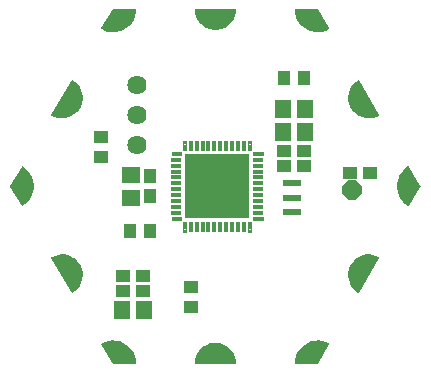
<source format=gbr>
G04 EAGLE Gerber RS-274X export*
G75*
%MOMM*%
%FSLAX34Y34*%
%LPD*%
%INSoldermask Bottom*%
%IPPOS*%
%AMOC8*
5,1,8,0,0,1.08239X$1,22.5*%
G01*
%ADD10R,1.201600X1.101600*%
%ADD11R,1.401600X1.601600*%
%ADD12R,1.101600X1.201600*%
%ADD13R,1.501597X0.501600*%
%ADD14P,1.759533X8X22.500000*%
%ADD15R,1.601600X1.401600*%
%ADD16C,1.101600*%
%ADD17C,1.625600*%
%ADD18C,0.103122*%
%ADD19R,0.914400X0.355600*%
%ADD20R,0.355600X0.914400*%
%ADD21R,5.486400X5.486400*%

G36*
X363104Y190819D02*
X363104Y190819D01*
X363133Y190817D01*
X363200Y190839D01*
X363270Y190853D01*
X363294Y190869D01*
X363322Y190878D01*
X363375Y190925D01*
X363434Y190965D01*
X363450Y190990D01*
X363472Y191009D01*
X363503Y191073D01*
X363541Y191133D01*
X363546Y191162D01*
X363558Y191188D01*
X363567Y191287D01*
X363574Y191329D01*
X363571Y191340D01*
X363573Y191354D01*
X363341Y194152D01*
X363331Y194185D01*
X363327Y194233D01*
X362638Y196955D01*
X362623Y196986D01*
X362611Y197033D01*
X361483Y199604D01*
X361463Y199632D01*
X361444Y199677D01*
X359908Y202027D01*
X359884Y202052D01*
X359858Y202092D01*
X357956Y204158D01*
X357928Y204178D01*
X357895Y204214D01*
X355680Y205938D01*
X355649Y205954D01*
X355611Y205983D01*
X353141Y207320D01*
X353108Y207330D01*
X353066Y207353D01*
X351880Y207760D01*
X350426Y208259D01*
X350410Y208265D01*
X350376Y208269D01*
X350330Y208285D01*
X347561Y208747D01*
X347526Y208746D01*
X347479Y208754D01*
X344671Y208754D01*
X344637Y208747D01*
X344589Y208747D01*
X341820Y208285D01*
X341787Y208272D01*
X341740Y208265D01*
X339084Y207353D01*
X339054Y207335D01*
X339009Y207320D01*
X336539Y205983D01*
X336513Y205961D01*
X336470Y205938D01*
X334255Y204214D01*
X334232Y204187D01*
X334194Y204158D01*
X332292Y202092D01*
X332274Y202063D01*
X332242Y202027D01*
X330706Y199677D01*
X330693Y199644D01*
X330667Y199604D01*
X329539Y197033D01*
X329532Y196999D01*
X329529Y196993D01*
X329523Y196984D01*
X329522Y196978D01*
X329512Y196955D01*
X328823Y194233D01*
X328821Y194198D01*
X328809Y194152D01*
X328577Y191354D01*
X328581Y191325D01*
X328576Y191296D01*
X328593Y191227D01*
X328601Y191156D01*
X328615Y191131D01*
X328622Y191103D01*
X328664Y191045D01*
X328699Y190984D01*
X328723Y190966D01*
X328740Y190942D01*
X328801Y190906D01*
X328858Y190863D01*
X328886Y190856D01*
X328911Y190841D01*
X329009Y190824D01*
X329050Y190814D01*
X329061Y190816D01*
X329075Y190813D01*
X363075Y190813D01*
X363104Y190819D01*
G37*
G36*
X347513Y473878D02*
X347513Y473878D01*
X347561Y473878D01*
X350330Y474340D01*
X350363Y474353D01*
X350410Y474361D01*
X353066Y475272D01*
X353096Y475290D01*
X353141Y475305D01*
X355611Y476642D01*
X355637Y476664D01*
X355680Y476687D01*
X357895Y478411D01*
X357918Y478438D01*
X357956Y478467D01*
X359858Y480533D01*
X359876Y480562D01*
X359908Y480598D01*
X361444Y482948D01*
X361457Y482981D01*
X361483Y483021D01*
X362611Y485592D01*
X362618Y485626D01*
X362638Y485670D01*
X363327Y488392D01*
X363329Y488427D01*
X363341Y488473D01*
X363573Y491271D01*
X363569Y491300D01*
X363574Y491329D01*
X363558Y491398D01*
X363549Y491469D01*
X363535Y491494D01*
X363528Y491522D01*
X363486Y491580D01*
X363451Y491641D01*
X363427Y491659D01*
X363410Y491683D01*
X363349Y491719D01*
X363292Y491762D01*
X363264Y491769D01*
X363239Y491784D01*
X363141Y491801D01*
X363100Y491811D01*
X363089Y491809D01*
X363075Y491812D01*
X329075Y491812D01*
X329046Y491806D01*
X329017Y491808D01*
X328950Y491786D01*
X328880Y491772D01*
X328856Y491756D01*
X328828Y491747D01*
X328775Y491700D01*
X328716Y491660D01*
X328701Y491635D01*
X328679Y491616D01*
X328647Y491552D01*
X328609Y491492D01*
X328604Y491463D01*
X328592Y491437D01*
X328583Y491338D01*
X328576Y491296D01*
X328579Y491285D01*
X328577Y491271D01*
X328809Y488473D01*
X328819Y488440D01*
X328823Y488392D01*
X329512Y485670D01*
X329527Y485639D01*
X329539Y485592D01*
X330667Y483021D01*
X330687Y482993D01*
X330706Y482948D01*
X332242Y480598D01*
X332266Y480573D01*
X332292Y480533D01*
X334194Y478467D01*
X334222Y478447D01*
X334255Y478411D01*
X336470Y476687D01*
X336501Y476671D01*
X336539Y476642D01*
X339009Y475305D01*
X339042Y475295D01*
X339084Y475272D01*
X341740Y474361D01*
X341774Y474356D01*
X341820Y474340D01*
X344589Y473878D01*
X344624Y473879D01*
X344671Y473871D01*
X347479Y473871D01*
X347513Y473878D01*
G37*
G36*
X224682Y251122D02*
X224682Y251122D01*
X224753Y251119D01*
X224780Y251130D01*
X224809Y251132D01*
X224899Y251174D01*
X224939Y251189D01*
X224947Y251197D01*
X224960Y251202D01*
X227263Y252802D01*
X227287Y252827D01*
X227327Y252854D01*
X229336Y254811D01*
X229355Y254840D01*
X229390Y254874D01*
X231049Y257134D01*
X231064Y257166D01*
X231093Y257205D01*
X232357Y259708D01*
X232366Y259741D01*
X232388Y259784D01*
X233224Y262461D01*
X233227Y262496D01*
X233242Y262542D01*
X233625Y265320D01*
X233623Y265355D01*
X233629Y265402D01*
X233550Y268206D01*
X233542Y268240D01*
X233541Y268288D01*
X233002Y271040D01*
X232988Y271072D01*
X232979Y271119D01*
X231994Y273745D01*
X231979Y273770D01*
X231974Y273789D01*
X231966Y273800D01*
X231959Y273819D01*
X230555Y276247D01*
X230532Y276273D01*
X230508Y276315D01*
X228724Y278479D01*
X228697Y278500D01*
X228666Y278538D01*
X226550Y280378D01*
X226520Y280395D01*
X226484Y280427D01*
X224093Y281894D01*
X224061Y281906D01*
X224020Y281931D01*
X221421Y282985D01*
X221387Y282991D01*
X221342Y283009D01*
X218605Y283621D01*
X218570Y283622D01*
X218523Y283632D01*
X215723Y283785D01*
X215689Y283780D01*
X215641Y283783D01*
X212853Y283472D01*
X212820Y283462D01*
X212772Y283456D01*
X210074Y282691D01*
X210044Y282676D01*
X209997Y282662D01*
X207462Y281464D01*
X207438Y281446D01*
X207411Y281436D01*
X207359Y281387D01*
X207302Y281345D01*
X207288Y281320D01*
X207267Y281300D01*
X207238Y281234D01*
X207202Y281173D01*
X207199Y281144D01*
X207187Y281117D01*
X207186Y281046D01*
X207177Y280976D01*
X207185Y280948D01*
X207185Y280918D01*
X207219Y280826D01*
X207231Y280784D01*
X207238Y280776D01*
X207243Y280763D01*
X224243Y251363D01*
X224262Y251341D01*
X224275Y251314D01*
X224328Y251267D01*
X224375Y251214D01*
X224401Y251201D01*
X224423Y251182D01*
X224490Y251159D01*
X224554Y251128D01*
X224583Y251127D01*
X224611Y251117D01*
X224682Y251122D01*
G37*
G36*
X476461Y398845D02*
X476461Y398845D01*
X476509Y398843D01*
X479297Y399153D01*
X479330Y399163D01*
X479378Y399169D01*
X482076Y399934D01*
X482106Y399950D01*
X482153Y399963D01*
X484688Y401161D01*
X484712Y401179D01*
X484739Y401189D01*
X484791Y401238D01*
X484848Y401280D01*
X484862Y401305D01*
X484884Y401325D01*
X484912Y401391D01*
X484948Y401452D01*
X484951Y401481D01*
X484963Y401508D01*
X484964Y401579D01*
X484973Y401649D01*
X484965Y401677D01*
X484965Y401707D01*
X484931Y401799D01*
X484919Y401841D01*
X484912Y401850D01*
X484907Y401862D01*
X467907Y431262D01*
X467888Y431284D01*
X467875Y431311D01*
X467822Y431358D01*
X467775Y431411D01*
X467749Y431424D01*
X467727Y431443D01*
X467660Y431466D01*
X467596Y431497D01*
X467567Y431498D01*
X467539Y431508D01*
X467468Y431503D01*
X467397Y431506D01*
X467370Y431495D01*
X467341Y431493D01*
X467251Y431451D01*
X467211Y431436D01*
X467203Y431429D01*
X467190Y431423D01*
X464887Y429823D01*
X464863Y429798D01*
X464823Y429771D01*
X462814Y427814D01*
X462795Y427785D01*
X462760Y427751D01*
X461101Y425491D01*
X461086Y425459D01*
X461057Y425420D01*
X459793Y422917D01*
X459784Y422884D01*
X459762Y422841D01*
X458926Y420164D01*
X458923Y420129D01*
X458908Y420083D01*
X458525Y417305D01*
X458527Y417270D01*
X458521Y417223D01*
X458600Y414419D01*
X458608Y414385D01*
X458609Y414337D01*
X459148Y411585D01*
X459162Y411553D01*
X459171Y411506D01*
X460156Y408880D01*
X460174Y408851D01*
X460191Y408806D01*
X461595Y406378D01*
X461618Y406352D01*
X461642Y406310D01*
X463426Y404146D01*
X463453Y404125D01*
X463484Y404087D01*
X465600Y402247D01*
X465630Y402230D01*
X465666Y402198D01*
X468057Y400731D01*
X468089Y400719D01*
X468130Y400694D01*
X470729Y399640D01*
X470763Y399634D01*
X470808Y399616D01*
X473545Y399004D01*
X473580Y399003D01*
X473627Y398993D01*
X476427Y398840D01*
X476461Y398845D01*
G37*
G36*
X467501Y251123D02*
X467501Y251123D01*
X467572Y251123D01*
X467599Y251134D01*
X467628Y251137D01*
X467690Y251172D01*
X467755Y251199D01*
X467776Y251220D01*
X467801Y251234D01*
X467864Y251311D01*
X467894Y251341D01*
X467898Y251352D01*
X467907Y251363D01*
X484907Y280763D01*
X484916Y280790D01*
X484933Y280814D01*
X484948Y280884D01*
X484970Y280951D01*
X484968Y280980D01*
X484974Y281009D01*
X484961Y281079D01*
X484955Y281149D01*
X484942Y281175D01*
X484936Y281204D01*
X484896Y281263D01*
X484864Y281326D01*
X484841Y281345D01*
X484825Y281369D01*
X484743Y281426D01*
X484710Y281453D01*
X484700Y281456D01*
X484688Y281464D01*
X482153Y282662D01*
X482119Y282671D01*
X482076Y282691D01*
X479378Y283456D01*
X479343Y283459D01*
X479297Y283472D01*
X476509Y283783D01*
X476475Y283779D01*
X476427Y283785D01*
X473627Y283632D01*
X473593Y283623D01*
X473545Y283621D01*
X470808Y283009D01*
X470776Y282995D01*
X470729Y282985D01*
X468130Y281931D01*
X468101Y281912D01*
X468057Y281894D01*
X465666Y280427D01*
X465641Y280403D01*
X465600Y280378D01*
X463484Y278538D01*
X463463Y278510D01*
X463426Y278479D01*
X461642Y276315D01*
X461626Y276284D01*
X461595Y276247D01*
X460191Y273819D01*
X460180Y273787D01*
X460173Y273774D01*
X460163Y273759D01*
X460163Y273757D01*
X460156Y273745D01*
X459171Y271119D01*
X459165Y271085D01*
X459148Y271040D01*
X458609Y268288D01*
X458609Y268253D01*
X458600Y268206D01*
X458521Y265402D01*
X458527Y265368D01*
X458525Y265320D01*
X458908Y262542D01*
X458920Y262509D01*
X458926Y262461D01*
X459762Y259784D01*
X459779Y259754D01*
X459793Y259708D01*
X461057Y257205D01*
X461079Y257177D01*
X461101Y257134D01*
X462760Y254874D01*
X462786Y254850D01*
X462814Y254811D01*
X464823Y252854D01*
X464852Y252836D01*
X464887Y252802D01*
X467190Y251202D01*
X467217Y251191D01*
X467240Y251172D01*
X467308Y251152D01*
X467373Y251124D01*
X467402Y251124D01*
X467430Y251115D01*
X467501Y251123D01*
G37*
G36*
X218523Y398993D02*
X218523Y398993D01*
X218557Y399002D01*
X218605Y399004D01*
X221342Y399616D01*
X221374Y399630D01*
X221421Y399640D01*
X224020Y400694D01*
X224049Y400713D01*
X224093Y400731D01*
X226484Y402198D01*
X226509Y402222D01*
X226550Y402247D01*
X228666Y404087D01*
X228687Y404115D01*
X228724Y404146D01*
X230508Y406310D01*
X230524Y406341D01*
X230555Y406378D01*
X231959Y408806D01*
X231970Y408838D01*
X231994Y408880D01*
X232979Y411506D01*
X232985Y411540D01*
X233002Y411585D01*
X233541Y414337D01*
X233541Y414372D01*
X233550Y414419D01*
X233629Y417223D01*
X233624Y417257D01*
X233625Y417305D01*
X233242Y420083D01*
X233230Y420116D01*
X233224Y420164D01*
X232388Y422841D01*
X232371Y422871D01*
X232357Y422917D01*
X231093Y425420D01*
X231071Y425448D01*
X231049Y425491D01*
X229390Y427751D01*
X229364Y427775D01*
X229336Y427814D01*
X227327Y429771D01*
X227298Y429789D01*
X227263Y429823D01*
X224960Y431423D01*
X224933Y431434D01*
X224910Y431453D01*
X224842Y431473D01*
X224777Y431501D01*
X224748Y431501D01*
X224720Y431510D01*
X224649Y431502D01*
X224578Y431502D01*
X224551Y431491D01*
X224522Y431488D01*
X224460Y431453D01*
X224395Y431426D01*
X224374Y431405D01*
X224349Y431391D01*
X224286Y431314D01*
X224256Y431284D01*
X224252Y431273D01*
X224243Y431262D01*
X207243Y401862D01*
X207234Y401835D01*
X207217Y401811D01*
X207202Y401741D01*
X207180Y401674D01*
X207182Y401645D01*
X207176Y401616D01*
X207189Y401546D01*
X207195Y401476D01*
X207208Y401450D01*
X207214Y401421D01*
X207254Y401362D01*
X207286Y401299D01*
X207309Y401280D01*
X207325Y401256D01*
X207407Y401199D01*
X207440Y401172D01*
X207450Y401169D01*
X207462Y401161D01*
X209997Y399963D01*
X210031Y399954D01*
X210074Y399934D01*
X212772Y399169D01*
X212807Y399166D01*
X212853Y399153D01*
X215641Y398843D01*
X215675Y398846D01*
X215723Y398840D01*
X218523Y398993D01*
G37*
G36*
X509802Y324323D02*
X509802Y324323D01*
X509873Y324323D01*
X509900Y324334D01*
X509929Y324337D01*
X509991Y324373D01*
X510056Y324400D01*
X510077Y324421D01*
X510102Y324435D01*
X510165Y324512D01*
X510195Y324543D01*
X510199Y324553D01*
X510208Y324563D01*
X519708Y341063D01*
X519718Y341095D01*
X519727Y341108D01*
X519731Y341133D01*
X519732Y341136D01*
X519763Y341207D01*
X519763Y341230D01*
X519771Y341252D01*
X519765Y341329D01*
X519766Y341406D01*
X519756Y341430D01*
X519755Y341450D01*
X519734Y341490D01*
X519708Y341562D01*
X510208Y358062D01*
X510189Y358083D01*
X510176Y358110D01*
X510123Y358157D01*
X510076Y358211D01*
X510050Y358223D01*
X510029Y358243D01*
X509961Y358266D01*
X509897Y358297D01*
X509868Y358298D01*
X509841Y358307D01*
X509769Y358303D01*
X509698Y358306D01*
X509671Y358296D01*
X509642Y358294D01*
X509552Y358251D01*
X509512Y358237D01*
X509504Y358229D01*
X509491Y358223D01*
X506968Y356482D01*
X506944Y356457D01*
X506906Y356431D01*
X504694Y354307D01*
X504675Y354279D01*
X504641Y354247D01*
X502799Y351795D01*
X502785Y351765D01*
X502756Y351727D01*
X501331Y349012D01*
X501322Y348981D01*
X501306Y348956D01*
X501305Y348948D01*
X501300Y348939D01*
X500329Y346030D01*
X500325Y345996D01*
X500310Y345952D01*
X499818Y342926D01*
X499819Y342892D01*
X499811Y342846D01*
X499811Y339779D01*
X499812Y339776D01*
X499812Y339773D01*
X499818Y339747D01*
X499818Y339746D01*
X499818Y339699D01*
X500310Y336673D01*
X500322Y336641D01*
X500329Y336595D01*
X501300Y333686D01*
X501317Y333657D01*
X501331Y333613D01*
X502756Y330898D01*
X502778Y330871D01*
X502799Y330830D01*
X504641Y328378D01*
X504666Y328356D01*
X504694Y328318D01*
X506906Y326194D01*
X506934Y326176D01*
X506968Y326143D01*
X509491Y324402D01*
X509518Y324390D01*
X509540Y324372D01*
X509609Y324352D01*
X509674Y324324D01*
X509703Y324323D01*
X509731Y324315D01*
X509802Y324323D01*
G37*
G36*
X182381Y324322D02*
X182381Y324322D01*
X182452Y324319D01*
X182479Y324329D01*
X182508Y324331D01*
X182598Y324374D01*
X182638Y324388D01*
X182646Y324396D01*
X182659Y324402D01*
X185182Y326143D01*
X185206Y326168D01*
X185244Y326194D01*
X187456Y328318D01*
X187475Y328346D01*
X187509Y328378D01*
X189351Y330830D01*
X189365Y330860D01*
X189394Y330898D01*
X190819Y333613D01*
X190828Y333645D01*
X190850Y333686D01*
X191821Y336595D01*
X191825Y336629D01*
X191840Y336673D01*
X192332Y339699D01*
X192331Y339733D01*
X192339Y339779D01*
X192339Y342846D01*
X192332Y342879D01*
X192332Y342926D01*
X191840Y345952D01*
X191828Y345984D01*
X191821Y346030D01*
X190850Y348939D01*
X190837Y348962D01*
X190831Y348986D01*
X190824Y348995D01*
X190819Y349012D01*
X189394Y351727D01*
X189372Y351754D01*
X189351Y351795D01*
X187509Y354247D01*
X187484Y354269D01*
X187456Y354307D01*
X185244Y356431D01*
X185216Y356449D01*
X185182Y356482D01*
X182659Y358223D01*
X182632Y358235D01*
X182610Y358253D01*
X182541Y358274D01*
X182476Y358301D01*
X182447Y358302D01*
X182419Y358310D01*
X182348Y358302D01*
X182277Y358302D01*
X182250Y358291D01*
X182221Y358288D01*
X182159Y358253D01*
X182094Y358225D01*
X182073Y358204D01*
X182048Y358190D01*
X181985Y358113D01*
X181955Y358082D01*
X181951Y358072D01*
X181942Y358062D01*
X172442Y341562D01*
X172418Y341489D01*
X172387Y341418D01*
X172387Y341395D01*
X172379Y341373D01*
X172386Y341296D01*
X172385Y341219D01*
X172394Y341195D01*
X172395Y341175D01*
X172416Y341135D01*
X172435Y341083D01*
X172436Y341078D01*
X172438Y341076D01*
X172442Y341063D01*
X181942Y324563D01*
X181961Y324542D01*
X181974Y324515D01*
X182027Y324468D01*
X182074Y324414D01*
X182100Y324402D01*
X182122Y324382D01*
X182189Y324359D01*
X182253Y324328D01*
X182282Y324327D01*
X182309Y324318D01*
X182381Y324322D01*
G37*
G36*
X432751Y190829D02*
X432751Y190829D01*
X432829Y190837D01*
X432848Y190848D01*
X432870Y190853D01*
X432934Y190897D01*
X433002Y190935D01*
X433018Y190954D01*
X433034Y190965D01*
X433058Y191003D01*
X433108Y191063D01*
X442608Y207563D01*
X442617Y207591D01*
X442633Y207614D01*
X442648Y207684D01*
X442671Y207752D01*
X442668Y207781D01*
X442674Y207809D01*
X442661Y207879D01*
X442655Y207950D01*
X442642Y207976D01*
X442636Y208004D01*
X442596Y208063D01*
X442563Y208127D01*
X442541Y208145D01*
X442525Y208169D01*
X442442Y208226D01*
X442410Y208253D01*
X442399Y208256D01*
X442389Y208264D01*
X439623Y209572D01*
X439590Y209580D01*
X439547Y209601D01*
X436607Y210448D01*
X436573Y210451D01*
X436529Y210464D01*
X433491Y210830D01*
X433457Y210827D01*
X433410Y210833D01*
X430353Y210706D01*
X430320Y210698D01*
X430273Y210696D01*
X427276Y210080D01*
X427245Y210067D01*
X427199Y210058D01*
X424339Y208970D01*
X424311Y208951D01*
X424267Y208935D01*
X421619Y207402D01*
X421593Y207379D01*
X421553Y207356D01*
X419185Y205418D01*
X419163Y205392D01*
X419127Y205362D01*
X417100Y203070D01*
X417084Y203040D01*
X417052Y203005D01*
X415420Y200417D01*
X415408Y200386D01*
X415383Y200346D01*
X414187Y197530D01*
X414180Y197496D01*
X414177Y197490D01*
X414173Y197483D01*
X414172Y197478D01*
X414161Y197453D01*
X413433Y194482D01*
X413431Y194448D01*
X413420Y194402D01*
X413177Y191352D01*
X413181Y191324D01*
X413176Y191296D01*
X413193Y191226D01*
X413201Y191155D01*
X413216Y191130D01*
X413222Y191103D01*
X413265Y191045D01*
X413301Y190982D01*
X413323Y190965D01*
X413340Y190942D01*
X413402Y190906D01*
X413459Y190862D01*
X413487Y190855D01*
X413511Y190841D01*
X413611Y190824D01*
X413652Y190814D01*
X413662Y190815D01*
X413675Y190813D01*
X432675Y190813D01*
X432751Y190829D01*
G37*
G36*
X433444Y471798D02*
X433444Y471798D01*
X433491Y471795D01*
X436529Y472161D01*
X436561Y472171D01*
X436607Y472177D01*
X439547Y473024D01*
X439577Y473040D01*
X439623Y473053D01*
X442389Y474361D01*
X442411Y474378D01*
X442438Y474388D01*
X442490Y474437D01*
X442548Y474480D01*
X442562Y474505D01*
X442583Y474525D01*
X442612Y474590D01*
X442648Y474652D01*
X442651Y474681D01*
X442663Y474707D01*
X442664Y474779D01*
X442673Y474849D01*
X442665Y474877D01*
X442666Y474906D01*
X442630Y475000D01*
X442619Y475041D01*
X442612Y475049D01*
X442608Y475062D01*
X433108Y491562D01*
X433056Y491620D01*
X433010Y491683D01*
X432991Y491694D01*
X432976Y491711D01*
X432906Y491744D01*
X432839Y491784D01*
X432815Y491788D01*
X432797Y491797D01*
X432752Y491799D01*
X432675Y491812D01*
X413675Y491812D01*
X413647Y491806D01*
X413619Y491809D01*
X413551Y491786D01*
X413480Y491772D01*
X413457Y491756D01*
X413430Y491747D01*
X413375Y491700D01*
X413316Y491660D01*
X413301Y491636D01*
X413280Y491617D01*
X413248Y491553D01*
X413209Y491492D01*
X413204Y491464D01*
X413192Y491439D01*
X413183Y491337D01*
X413176Y491296D01*
X413178Y491286D01*
X413177Y491273D01*
X413420Y488223D01*
X413429Y488190D01*
X413433Y488143D01*
X414161Y485172D01*
X414176Y485141D01*
X414187Y485095D01*
X415383Y482279D01*
X415402Y482251D01*
X415420Y482208D01*
X417052Y479620D01*
X417076Y479595D01*
X417100Y479555D01*
X419127Y477263D01*
X419154Y477242D01*
X419185Y477207D01*
X421553Y475269D01*
X421583Y475253D01*
X421619Y475223D01*
X424267Y473690D01*
X424299Y473679D01*
X424339Y473655D01*
X427199Y472567D01*
X427232Y472561D01*
X427276Y472545D01*
X430273Y471929D01*
X430307Y471929D01*
X430353Y471919D01*
X433410Y471792D01*
X433444Y471798D01*
G37*
G36*
X278503Y190819D02*
X278503Y190819D01*
X278531Y190816D01*
X278599Y190839D01*
X278670Y190853D01*
X278693Y190869D01*
X278720Y190878D01*
X278775Y190925D01*
X278834Y190965D01*
X278849Y190989D01*
X278871Y191008D01*
X278902Y191072D01*
X278941Y191133D01*
X278946Y191161D01*
X278958Y191186D01*
X278967Y191288D01*
X278974Y191329D01*
X278972Y191339D01*
X278973Y191352D01*
X278730Y194402D01*
X278721Y194435D01*
X278717Y194482D01*
X277989Y197453D01*
X277974Y197484D01*
X277963Y197530D01*
X276767Y200346D01*
X276748Y200374D01*
X276730Y200417D01*
X275098Y203005D01*
X275074Y203030D01*
X275050Y203070D01*
X273023Y205362D01*
X272996Y205383D01*
X272965Y205418D01*
X270598Y207356D01*
X270567Y207372D01*
X270531Y207402D01*
X267883Y208935D01*
X267851Y208946D01*
X267811Y208970D01*
X264951Y210058D01*
X264918Y210064D01*
X264874Y210080D01*
X261877Y210696D01*
X261843Y210696D01*
X261797Y210706D01*
X258740Y210833D01*
X258706Y210827D01*
X258659Y210830D01*
X255621Y210464D01*
X255589Y210454D01*
X255543Y210448D01*
X252603Y209601D01*
X252573Y209585D01*
X252528Y209572D01*
X249762Y208264D01*
X249739Y208247D01*
X249712Y208237D01*
X249660Y208188D01*
X249602Y208145D01*
X249588Y208120D01*
X249567Y208100D01*
X249538Y208035D01*
X249502Y207973D01*
X249499Y207945D01*
X249487Y207918D01*
X249486Y207846D01*
X249477Y207776D01*
X249485Y207748D01*
X249485Y207719D01*
X249520Y207625D01*
X249531Y207584D01*
X249538Y207576D01*
X249542Y207563D01*
X259042Y191063D01*
X259094Y191005D01*
X259140Y190942D01*
X259159Y190931D01*
X259174Y190914D01*
X259244Y190881D01*
X259311Y190841D01*
X259336Y190837D01*
X259353Y190828D01*
X259398Y190826D01*
X259475Y190813D01*
X278475Y190813D01*
X278503Y190819D01*
G37*
G36*
X261797Y471919D02*
X261797Y471919D01*
X261830Y471927D01*
X261877Y471929D01*
X264874Y472545D01*
X264905Y472558D01*
X264951Y472567D01*
X267811Y473655D01*
X267840Y473674D01*
X267883Y473690D01*
X270531Y475223D01*
X270557Y475246D01*
X270598Y475269D01*
X272965Y477207D01*
X272987Y477233D01*
X273023Y477263D01*
X275050Y479555D01*
X275067Y479585D01*
X275098Y479620D01*
X276730Y482208D01*
X276742Y482240D01*
X276767Y482279D01*
X277963Y485095D01*
X277970Y485129D01*
X277989Y485172D01*
X278717Y488143D01*
X278719Y488177D01*
X278730Y488223D01*
X278973Y491273D01*
X278969Y491301D01*
X278974Y491329D01*
X278957Y491399D01*
X278949Y491470D01*
X278935Y491495D01*
X278928Y491522D01*
X278885Y491580D01*
X278850Y491643D01*
X278827Y491660D01*
X278810Y491683D01*
X278748Y491719D01*
X278691Y491763D01*
X278663Y491770D01*
X278639Y491784D01*
X278539Y491801D01*
X278498Y491811D01*
X278488Y491810D01*
X278475Y491812D01*
X259475Y491812D01*
X259399Y491796D01*
X259321Y491788D01*
X259302Y491777D01*
X259280Y491772D01*
X259216Y491728D01*
X259148Y491690D01*
X259132Y491671D01*
X259116Y491660D01*
X259092Y491622D01*
X259042Y491562D01*
X249542Y475062D01*
X249533Y475034D01*
X249517Y475011D01*
X249502Y474941D01*
X249479Y474873D01*
X249482Y474845D01*
X249476Y474816D01*
X249490Y474746D01*
X249495Y474675D01*
X249508Y474649D01*
X249514Y474621D01*
X249554Y474562D01*
X249587Y474498D01*
X249609Y474480D01*
X249625Y474456D01*
X249708Y474399D01*
X249740Y474372D01*
X249751Y474369D01*
X249762Y474361D01*
X252528Y473053D01*
X252561Y473045D01*
X252603Y473024D01*
X255543Y472177D01*
X255577Y472174D01*
X255621Y472161D01*
X258659Y471795D01*
X258693Y471798D01*
X258740Y471792D01*
X261797Y471919D01*
G37*
D10*
X421250Y358775D03*
X404250Y358775D03*
D11*
X403250Y387350D03*
X422250Y387350D03*
D12*
X291075Y303213D03*
X274075Y303213D03*
D13*
X411163Y343787D03*
X411163Y331788D03*
X411163Y319788D03*
D14*
X461963Y338138D03*
D10*
X476813Y352425D03*
X459813Y352425D03*
D12*
X290513Y332813D03*
X290513Y349813D03*
D10*
X421250Y371475D03*
X404250Y371475D03*
D11*
X403250Y406400D03*
X422250Y406400D03*
D10*
X249238Y366150D03*
X249238Y383150D03*
D15*
X274638Y350813D03*
X274638Y331813D03*
D12*
X404250Y433388D03*
X421250Y433388D03*
D11*
X285725Y236538D03*
X266725Y236538D03*
D16*
X428675Y484413D03*
X511275Y341313D03*
X428675Y198213D03*
X263475Y198213D03*
X180875Y341313D03*
X263475Y484413D03*
X469975Y412813D03*
X469975Y269813D03*
X346075Y198213D03*
X222175Y269813D03*
X222175Y412813D03*
X346075Y484413D03*
D10*
X325438Y239150D03*
X325438Y256150D03*
X267725Y265113D03*
X284725Y265113D03*
X267725Y252413D03*
X284725Y252413D03*
D17*
X279400Y427038D03*
X279400Y401638D03*
X279400Y376238D03*
D18*
X378150Y370083D02*
X378150Y367557D01*
X378150Y370083D02*
X386264Y370083D01*
X386264Y367557D01*
X378150Y367557D01*
X378150Y368536D02*
X386264Y368536D01*
X386264Y369515D02*
X378150Y369515D01*
D19*
X382207Y363819D03*
X382207Y358817D03*
X382207Y353816D03*
X382207Y348815D03*
X382207Y343814D03*
X382207Y338812D03*
X382207Y333811D03*
X382207Y328810D03*
X382207Y323809D03*
X382207Y318807D03*
D18*
X378150Y315069D02*
X378150Y312543D01*
X378150Y315069D02*
X386264Y315069D01*
X386264Y312543D01*
X378150Y312543D01*
X378150Y313522D02*
X386264Y313522D01*
X386264Y314501D02*
X378150Y314501D01*
X376433Y302712D02*
X373907Y302712D01*
X373907Y310826D01*
X376433Y310826D01*
X376433Y302712D01*
X376433Y303691D02*
X373907Y303691D01*
X373907Y304670D02*
X376433Y304670D01*
X376433Y305649D02*
X373907Y305649D01*
X373907Y306628D02*
X376433Y306628D01*
X376433Y307607D02*
X373907Y307607D01*
X373907Y308586D02*
X376433Y308586D01*
X376433Y309565D02*
X373907Y309565D01*
X373907Y310544D02*
X376433Y310544D01*
D20*
X370169Y306769D03*
X365167Y306769D03*
X360166Y306769D03*
X355165Y306769D03*
X350164Y306769D03*
X345162Y306769D03*
X340161Y306769D03*
X335160Y306769D03*
X330159Y306769D03*
X325157Y306769D03*
D18*
X321419Y302712D02*
X318893Y302712D01*
X318893Y310826D01*
X321419Y310826D01*
X321419Y302712D01*
X321419Y303691D02*
X318893Y303691D01*
X318893Y304670D02*
X321419Y304670D01*
X321419Y305649D02*
X318893Y305649D01*
X318893Y306628D02*
X321419Y306628D01*
X321419Y307607D02*
X318893Y307607D01*
X318893Y308586D02*
X321419Y308586D01*
X321419Y309565D02*
X318893Y309565D01*
X318893Y310544D02*
X321419Y310544D01*
X309062Y312543D02*
X309062Y315069D01*
X317176Y315069D01*
X317176Y312543D01*
X309062Y312543D01*
X309062Y313522D02*
X317176Y313522D01*
X317176Y314501D02*
X309062Y314501D01*
D19*
X313119Y318807D03*
X313119Y323809D03*
X313119Y328810D03*
X313119Y333811D03*
X313119Y338812D03*
X313119Y343814D03*
X313119Y348815D03*
X313119Y353816D03*
X313119Y358817D03*
X313119Y363819D03*
D18*
X309062Y367557D02*
X309062Y370083D01*
X317176Y370083D01*
X317176Y367557D01*
X309062Y367557D01*
X309062Y368536D02*
X317176Y368536D01*
X317176Y369515D02*
X309062Y369515D01*
X318893Y371800D02*
X321419Y371800D01*
X318893Y371800D02*
X318893Y379914D01*
X321419Y379914D01*
X321419Y371800D01*
X321419Y372779D02*
X318893Y372779D01*
X318893Y373758D02*
X321419Y373758D01*
X321419Y374737D02*
X318893Y374737D01*
X318893Y375716D02*
X321419Y375716D01*
X321419Y376695D02*
X318893Y376695D01*
X318893Y377674D02*
X321419Y377674D01*
X321419Y378653D02*
X318893Y378653D01*
X318893Y379632D02*
X321419Y379632D01*
D20*
X325157Y375857D03*
X330159Y375857D03*
X335160Y375857D03*
X340161Y375857D03*
X345162Y375857D03*
X350164Y375857D03*
X355165Y375857D03*
X360166Y375857D03*
X365167Y375857D03*
X370169Y375857D03*
D18*
X373907Y371800D02*
X376433Y371800D01*
X373907Y371800D02*
X373907Y379914D01*
X376433Y379914D01*
X376433Y371800D01*
X376433Y372779D02*
X373907Y372779D01*
X373907Y373758D02*
X376433Y373758D01*
X376433Y374737D02*
X373907Y374737D01*
X373907Y375716D02*
X376433Y375716D01*
X376433Y376695D02*
X373907Y376695D01*
X373907Y377674D02*
X376433Y377674D01*
X376433Y378653D02*
X373907Y378653D01*
X373907Y379632D02*
X376433Y379632D01*
D21*
X347663Y341313D03*
M02*

</source>
